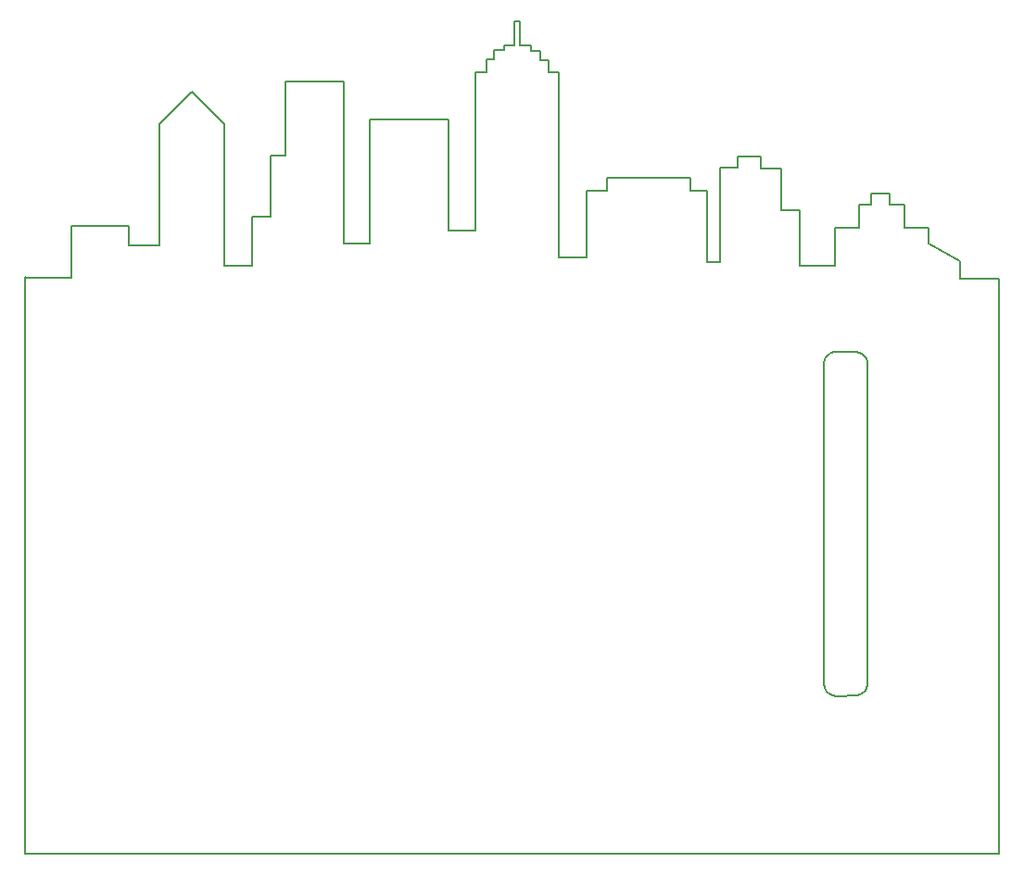
<source format=gbr>
G04 #@! TF.GenerationSoftware,KiCad,Pcbnew,(5.0.1)-4*
G04 #@! TF.CreationDate,2019-01-24T17:24:16-05:00*
G04 #@! TF.ProjectId,GSRT Badge,475352542042616467652E6B69636164,rev?*
G04 #@! TF.SameCoordinates,Original*
G04 #@! TF.FileFunction,Profile,NP*
%FSLAX46Y46*%
G04 Gerber Fmt 4.6, Leading zero omitted, Abs format (unit mm)*
G04 Created by KiCad (PCBNEW (5.0.1)-4) date 1/24/2019 5:24:16 PM*
%MOMM*%
%LPD*%
G01*
G04 APERTURE LIST*
%ADD10C,0.150000*%
G04 APERTURE END LIST*
D10*
X55866600Y-100534600D02*
X58826600Y-103494600D01*
X58826600Y-103494600D02*
X58826600Y-116434600D01*
X58826600Y-116434600D02*
X61366600Y-116434600D01*
X114266600Y-124424600D02*
X114496600Y-124344600D01*
X114096600Y-124504600D02*
X114266600Y-124424600D01*
X113756600Y-124834600D02*
X114096600Y-124504600D01*
X113596600Y-125274600D02*
X113756600Y-124834600D01*
X113576600Y-154644600D02*
X113596600Y-125274600D01*
X113656600Y-155054600D02*
X113576600Y-154644600D01*
X113866600Y-155434600D02*
X113656600Y-155054600D01*
X114196600Y-155674600D02*
X113866600Y-155434600D01*
X114666600Y-155804600D02*
X114196600Y-155674600D01*
X116626600Y-155754600D02*
X114666600Y-155804600D01*
X116916600Y-155664600D02*
X116626600Y-155754600D01*
X117266600Y-155414600D02*
X116916600Y-155664600D01*
X117446600Y-155144600D02*
X117266600Y-155414600D01*
X117546600Y-154724600D02*
X117446600Y-155144600D01*
X117536600Y-125284600D02*
X117546600Y-154724600D01*
X117436600Y-124914600D02*
X117536600Y-125284600D01*
X117086600Y-124494600D02*
X117436600Y-124914600D01*
X116566600Y-124334600D02*
X117086600Y-124494600D01*
X114536600Y-124344600D02*
X116566600Y-124334600D01*
X40626600Y-117504600D02*
X40656600Y-117544600D01*
X40616600Y-170194600D02*
X40616600Y-117514600D01*
X129586600Y-170194600D02*
X40616600Y-170194600D01*
X129586600Y-117664600D02*
X129586600Y-170194600D01*
X129496600Y-117664600D02*
X129586600Y-117664600D01*
X129356600Y-117664600D02*
X129496600Y-117664600D01*
X126016600Y-117664600D02*
X129356600Y-117664600D01*
X126016600Y-116064600D02*
X126016600Y-117664600D01*
X123176600Y-114394600D02*
X126016600Y-116064600D01*
X123176600Y-112984600D02*
X123176600Y-114394600D01*
X120986600Y-112984600D02*
X123176600Y-112984600D01*
X120986600Y-110844600D02*
X120986600Y-112984600D01*
X119576600Y-110844600D02*
X120986600Y-110844600D01*
X119576600Y-109854600D02*
X119576600Y-110844600D01*
X117886600Y-109854600D02*
X119576600Y-109854600D01*
X117886600Y-110844600D02*
X117886600Y-109854600D01*
X116796600Y-110844600D02*
X117886600Y-110844600D01*
X116796600Y-113034600D02*
X116796600Y-110844600D01*
X114616600Y-113034600D02*
X116796600Y-113034600D01*
X114616600Y-116484600D02*
X114616600Y-113034600D01*
X111356600Y-116484600D02*
X114616600Y-116484600D01*
X111356600Y-111394600D02*
X111356600Y-116484600D01*
X109666600Y-111394600D02*
X111356600Y-111394600D01*
X109666600Y-107554600D02*
X109666600Y-111394600D01*
X107836600Y-107554600D02*
X109666600Y-107554600D01*
X107836600Y-106504600D02*
X107836600Y-107554600D01*
X105746600Y-106504600D02*
X107836600Y-106504600D01*
X105746600Y-107504600D02*
X105746600Y-106504600D01*
X104066600Y-107504600D02*
X105746600Y-107504600D01*
X104066600Y-116094600D02*
X104066600Y-107504600D01*
X102876600Y-116094600D02*
X104066600Y-116094600D01*
X102876600Y-109574600D02*
X102876600Y-116094600D01*
X101386600Y-109574600D02*
X102876600Y-109574600D01*
X101386600Y-108414600D02*
X101386600Y-109574600D01*
X93796600Y-108414600D02*
X101386600Y-108414600D01*
X93796600Y-109594600D02*
X93796600Y-108414600D01*
X91916600Y-109594600D02*
X93796600Y-109594600D01*
X91916600Y-115724600D02*
X91916600Y-109594600D01*
X89376600Y-115724600D02*
X91916600Y-115724600D01*
X89376600Y-98774600D02*
X89376600Y-115724600D01*
X88416600Y-98774600D02*
X89376600Y-98774600D01*
X88416600Y-97654600D02*
X88416600Y-98774600D01*
X87646600Y-97654600D02*
X88416600Y-97654600D01*
X87646600Y-96794600D02*
X87646600Y-97654600D01*
X86786600Y-96794600D02*
X87646600Y-96794600D01*
X86786600Y-96284600D02*
X86786600Y-96794600D01*
X85816600Y-96284600D02*
X86786600Y-96284600D01*
X85816600Y-94124600D02*
X85816600Y-96284600D01*
X85286600Y-94124600D02*
X85816600Y-94124600D01*
X85286600Y-96304600D02*
X85286600Y-94124600D01*
X84406600Y-96304600D02*
X85286600Y-96304600D01*
X84406600Y-96774600D02*
X84406600Y-96304600D01*
X83446600Y-96774600D02*
X84406600Y-96774600D01*
X83446600Y-97624600D02*
X83446600Y-96774600D01*
X82736600Y-97624600D02*
X83446600Y-97624600D01*
X82736600Y-98754600D02*
X82736600Y-97624600D01*
X81746600Y-98754600D02*
X82736600Y-98754600D01*
X81746600Y-113224600D02*
X81746600Y-98754600D01*
X79296600Y-113224600D02*
X81746600Y-113224600D01*
X79296600Y-103054600D02*
X79296600Y-113224600D01*
X72076600Y-103054600D02*
X79296600Y-103054600D01*
X72076600Y-114444600D02*
X72076600Y-103054600D01*
X69686600Y-114444600D02*
X72076600Y-114444600D01*
X69686600Y-99574600D02*
X69686600Y-114444600D01*
X64356600Y-99574600D02*
X69686600Y-99574600D01*
X64356600Y-106374600D02*
X64356600Y-99574600D01*
X63016600Y-106374600D02*
X64356600Y-106374600D01*
X63016600Y-111964600D02*
X63016600Y-106374600D01*
X61366600Y-111964600D02*
X63016600Y-111964600D01*
X61366600Y-116434600D02*
X61366600Y-111964600D01*
X52866600Y-103534600D02*
X55866600Y-100534600D01*
X52866600Y-114574600D02*
X52866600Y-103534600D01*
X50096600Y-114574600D02*
X52866600Y-114574600D01*
X50096600Y-112814600D02*
X50096600Y-114574600D01*
X44866600Y-112814600D02*
X50096600Y-112814600D01*
X44866600Y-117554600D02*
X44866600Y-112814600D01*
X40616600Y-117554600D02*
X44866600Y-117554600D01*
M02*

</source>
